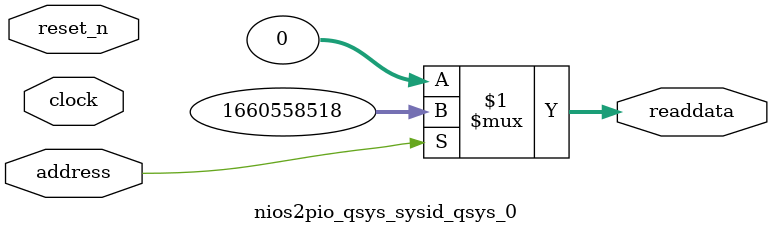
<source format=v>



// synthesis translate_off
`timescale 1ns / 1ps
// synthesis translate_on

// turn off superfluous verilog processor warnings 
// altera message_level Level1 
// altera message_off 10034 10035 10036 10037 10230 10240 10030 

module nios2pio_qsys_sysid_qsys_0 (
               // inputs:
                address,
                clock,
                reset_n,

               // outputs:
                readdata
             )
;

  output  [ 31: 0] readdata;
  input            address;
  input            clock;
  input            reset_n;

  wire    [ 31: 0] readdata;
  //control_slave, which is an e_avalon_slave
  assign readdata = address ? 1660558518 : 0;

endmodule



</source>
